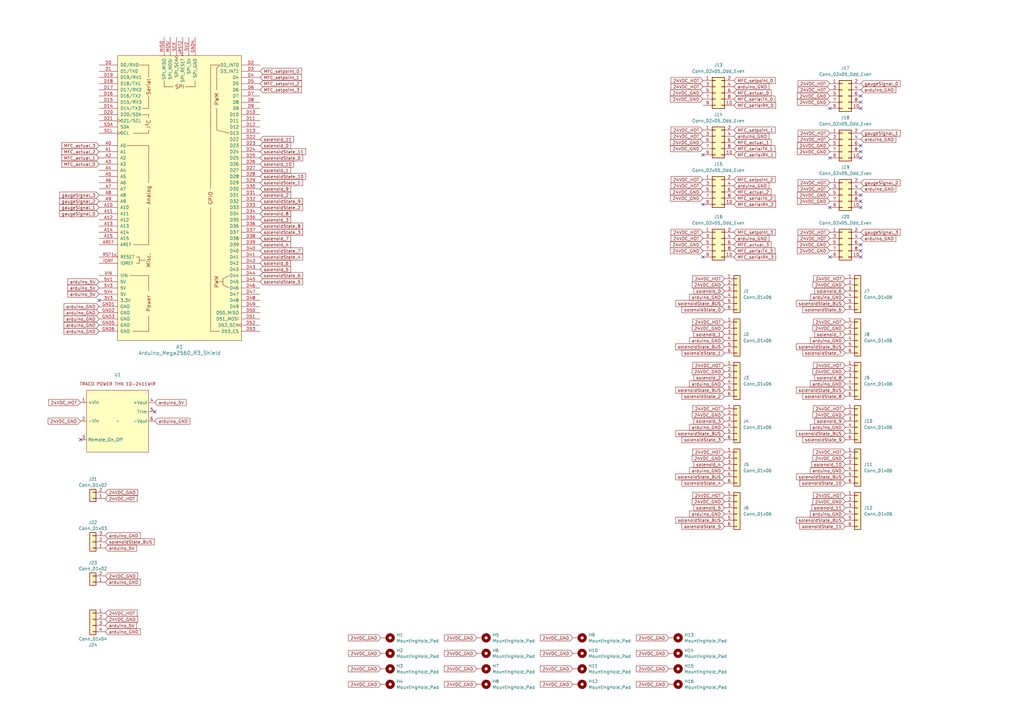
<source format=kicad_sch>
(kicad_sch (version 20230121) (generator eeschema)
  (paper "A3")
  (lib_symbols
    (symbol "Connector_Generic:Conn_01x02" (pin_names (offset 1.016) hide)
      (property "Reference" "J" (at 0 2.54 0))
      (property "Value" "Conn_01x02" (at 0 -5.08 0))
      (symbol "Conn_01x02_1_1"
        (rectangle (start -1.27 -2.413) (end 0 -2.667) (stroke (width 0.1524)))
        (rectangle (start -1.27 0.127) (end 0 -0.127) (stroke (width 0.1524)))
        (rectangle (start -1.27 1.27) (end 1.27 -3.81) (stroke (width 0.254)) (fill (type background)))
        (pin passive line (at -5.08 0 0) (length 3.81) (name "Pin_1") (number "1"))
        (pin passive line (at -5.08 -2.54 0) (length 3.81) (name "Pin_2") (number "2"))
      )
    )
    (symbol "Connector_Generic:Conn_01x03" (pin_names (offset 1.016) hide)
      (property "Reference" "J" (at 0 5.08 0))
      (property "Value" "Conn_01x03" (at 0 -5.08 0))
      (symbol "Conn_01x03_1_1"
        (rectangle (start -1.27 -2.413) (end 0 -2.667) (stroke (width 0.1524)))
        (rectangle (start -1.27 0.127) (end 0 -0.127) (stroke (width 0.1524)))
        (rectangle (start -1.27 2.667) (end 0 2.413) (stroke (width 0.1524)))
        (rectangle (start -1.27 3.81) (end 1.27 -3.81) (stroke (width 0.254)) (fill (type background)))
        (pin passive line (at -5.08 2.54 0) (length 3.81) (name "Pin_1") (number "1"))
        (pin passive line (at -5.08 0 0) (length 3.81) (name "Pin_2") (number "2"))
        (pin passive line (at -5.08 -2.54 0) (length 3.81) (name "Pin_3") (number "3"))
      )
    )
    (symbol "Connector_Generic:Conn_01x04" (pin_names (offset 1.016) hide)
      (property "Reference" "J" (at 0 5.08 0))
      (property "Value" "Conn_01x04" (at 0 -7.62 0))
      (symbol "Conn_01x04_1_1"
        (rectangle (start -1.27 -4.953) (end 0 -5.207) (stroke (width 0.1524)))
        (rectangle (start -1.27 -2.413) (end 0 -2.667) (stroke (width 0.1524)))
        (rectangle (start -1.27 0.127) (end 0 -0.127) (stroke (width 0.1524)))
        (rectangle (start -1.27 2.667) (end 0 2.413) (stroke (width 0.1524)))
        (rectangle (start -1.27 3.81) (end 1.27 -6.35) (stroke (width 0.254)) (fill (type background)))
        (pin passive line (at -5.08 2.54 0) (length 3.81) (name "Pin_1") (number "1"))
        (pin passive line (at -5.08 0 0) (length 3.81) (name "Pin_2") (number "2"))
        (pin passive line (at -5.08 -2.54 0) (length 3.81) (name "Pin_3") (number "3"))
        (pin passive line (at -5.08 -5.08 0) (length 3.81) (name "Pin_4") (number "4"))
      )
    )
    (symbol "Connector_Generic:Conn_01x06" (pin_names (offset 1.016) hide)
      (property "Reference" "J" (at 0 7.62 0))
      (property "Value" "Conn_01x06" (at 0 -10.16 0))
      (symbol "Conn_01x06_1_1"
        (rectangle (start -1.27 -7.493) (end 0 -7.747) (stroke (width 0.1524)))
        (rectangle (start -1.27 -4.953) (end 0 -5.207) (stroke (width 0.1524)))
        (rectangle (start -1.27 -2.413) (end 0 -2.667) (stroke (width 0.1524)))
        (rectangle (start -1.27 0.127) (end 0 -0.127) (stroke (width 0.1524)))
        (rectangle (start -1.27 2.667) (end 0 2.413) (stroke (width 0.1524)))
        (rectangle (start -1.27 5.207) (end 0 4.953) (stroke (width 0.1524)))
        (rectangle (start -1.27 6.35) (end 1.27 -8.89) (stroke (width 0.254)) (fill (type background)))
        (pin passive line (at -5.08 5.08 0) (length 3.81) (name "Pin_1") (number "1"))
        (pin passive line (at -5.08 2.54 0) (length 3.81) (name "Pin_2") (number "2"))
        (pin passive line (at -5.08 0 0) (length 3.81) (name "Pin_3") (number "3"))
        (pin passive line (at -5.08 -2.54 0) (length 3.81) (name "Pin_4") (number "4"))
        (pin passive line (at -5.08 -5.08 0) (length 3.81) (name "Pin_5") (number "5"))
        (pin passive line (at -5.08 -7.62 0) (length 3.81) (name "Pin_6") (number "6"))
      )
    )
    (symbol "Connector_Generic:Conn_02x05_Odd_Even" (pin_names (offset 1.016) hide)
      (property "Reference" "J" (at 1.27 7.62 0))
      (property "Value" "Conn_02x05_Odd_Even" (at 1.27 -7.62 0))
      (symbol "Conn_02x05_Odd_Even_1_1"
        (rectangle (start -1.27 -4.953) (end 0 -5.207) (stroke (width 0.1524)))
        (rectangle (start -1.27 -2.413) (end 0 -2.667) (stroke (width 0.1524)))
        (rectangle (start -1.27 0.127) (end 0 -0.127) (stroke (width 0.1524)))
        (rectangle (start -1.27 2.667) (end 0 2.413) (stroke (width 0.1524)))
        (rectangle (start -1.27 5.207) (end 0 4.953) (stroke (width 0.1524)))
        (rectangle (start -1.27 6.35) (end 3.81 -6.35) (stroke (width 0.254)) (fill (type background)))
        (rectangle (start 3.81 -4.953) (end 2.54 -5.207) (stroke (width 0.1524)))
        (rectangle (start 3.81 -2.413) (end 2.54 -2.667) (stroke (width 0.1524)))
        (rectangle (start 3.81 0.127) (end 2.54 -0.127) (stroke (width 0.1524)))
        (rectangle (start 3.81 2.667) (end 2.54 2.413) (stroke (width 0.1524)))
        (rectangle (start 3.81 5.207) (end 2.54 4.953) (stroke (width 0.1524)))
        (pin passive line (at -5.08 5.08 0) (length 3.81) (name "Pin_1") (number "1"))
        (pin passive line (at 7.62 -5.08 180) (length 3.81) (name "Pin_10") (number "10"))
        (pin passive line (at 7.62 5.08 180) (length 3.81) (name "Pin_2") (number "2"))
        (pin passive line (at -5.08 2.54 0) (length 3.81) (name "Pin_3") (number "3"))
        (pin passive line (at 7.62 2.54 180) (length 3.81) (name "Pin_4") (number "4"))
        (pin passive line (at -5.08 0 0) (length 3.81) (name "Pin_5") (number "5"))
        (pin passive line (at 7.62 0 180) (length 3.81) (name "Pin_6") (number "6"))
        (pin passive line (at -5.08 -2.54 0) (length 3.81) (name "Pin_7") (number "7"))
        (pin passive line (at 7.62 -2.54 180) (length 3.81) (name "Pin_8") (number "8"))
        (pin passive line (at -5.08 -5.08 0) (length 3.81) (name "Pin_9") (number "9"))
      )
    )
    (symbol "Converter_DCDC:THN_10-2411WIR"
      (property "Reference" "U" (at -17.78 15.24 0))
      (symbol "THN_10-2411WIR_0_0"
        (text "TRACO POWER THN 10-2411WIR" (at 0 15.24 0) (effects (font (size 1.27 1.27))))
        (pin power_in line (at -15.24 7.62 0) (length 2.54) (name "+Vin") (number "1"))
        (pin power_in line (at -15.24 0 0) (length 2.54) (name "-Vin") (number "2"))
        (pin bidirectional line (at -15.24 -7.62 0) (length 2.54) (name "Remote_On_Off") (number "3"))
        (pin power_out line (at 15.24 7.62 180) (length 2.54) (name "+Vout") (number "4"))
        (pin bidirectional line (at 15.24 3.81 180) (length 2.54) (name "Trim") (number "5"))
        (pin power_out line (at 15.24 0 180) (length 2.54) (name "-Vout") (number "6"))
      )
      (symbol "THN_10-2411WIR_1_1"
        (rectangle (start -12.7 12.7) (end 12.7 -12.7) (fill (type background)))
      )
    )
    (symbol "Mechanical:MountingHole_Pad" (pin_numbers hide) (pin_names (offset 1.016) hide)
      (property "Reference" "H" (at 0 6.35 0))
      (property "Value" "MountingHole_Pad" (at 0 4.445 0))
      (symbol "MountingHole_Pad_0_1"
        (circle (center 0 1.27) (radius 1.27) (stroke (width 1.27)))
      )
      (symbol "MountingHole_Pad_1_1"
        (pin input line (at 0 -2.54 90) (length 2.54) (name "1") (number "1"))
      )
    )
    (symbol "arduino-library:Arduino_Mega2560_R3_Shield" (pin_names (offset 1.016))
      (property "Reference" "A" (at 0 -62.23 0))
      (property "Value" "Arduino_Mega2560_R3_Shield" (at 0 -66.04 0))
      (symbol "Arduino_Mega2560_R3_Shield_0_0"
        (rectangle (start -25.4 -58.42) (end 25.4 58.42) (fill (type background)))
        (rectangle (start -20.32 -31.75) (end -12.7 -31.75))
        (rectangle (start -19.05 -54.61) (end -12.7 -54.61))
        (rectangle (start -19.05 -19.05) (end -12.7 -19.05))
        (rectangle (start -19.05 26.67) (end -12.7 26.67))
        (rectangle (start -17.78 -26.67) (end -16.51 -26.67))
        (rectangle (start -17.78 -24.13) (end -16.51 -24.13))
        (rectangle (start -16.51 -25.4) (end -13.97 -25.4))
        (rectangle (start -16.51 -24.13) (end -16.51 -26.67))
        (rectangle (start -16.51 54.61) (end -12.7 54.61))
        (rectangle (start -15.24 34.29) (end -12.7 34.29))
        (rectangle (start -15.24 36.83) (end -12.7 36.83))
        (rectangle (start -12.7 -54.61) (end -12.7 -48.26))
        (rectangle (start -12.7 -31.75) (end -12.7 -38.1))
        (rectangle (start -12.7 26.67) (end -12.7 27.94))
        (rectangle (start -12.7 34.29) (end -12.7 33.02))
        (rectangle (start -12.7 41.91) (end -12.7 36.83))
        (rectangle (start -12.7 49.53) (end -12.7 54.61))
        (rectangle (start -6.35 48.26) (end -6.35 45.72))
        (rectangle (start -2.54 45.72) (end -6.35 45.72))
        (polyline (pts (xy -21.59 21.59) (xy -12.7 21.59)))
        (polyline (pts (xy -12.7 -19.05) (xy -12.7 -3.81)))
        (polyline (pts (xy -12.7 6.35) (xy -12.7 21.59)))
        (polyline (pts (xy 12.7 -54.61) (xy 16.51 -54.61)))
        (polyline (pts (xy 12.7 54.61) (xy 16.51 54.61)))
        (polyline (pts (xy 17.78 -34.29) (xy 16.51 -34.29)))
        (polyline (pts (xy 15.24 36.83) (xy 15.24 27.94) (xy 20.32 26.67)))
        (polyline (pts (xy 15.24 44.45) (xy 15.24 53.34) (xy 16.51 54.61)))
        (polyline (pts (xy 20.32 -31.75) (xy 17.78 -33.02) (xy 17.78 -35.56) (xy 20.32 -36.83)))
        (rectangle (start 6.35 45.72) (end 2.54 45.72))
        (rectangle (start 6.35 48.26) (end 6.35 45.72))
        (text "Analog" (at -12.7 1.27 900) (effects (font (size 1.524 1.524))))
        (text "I²C" (at -12.7 30.48 900) (effects (font (size 1.524 1.524))))
        (text "Misc." (at -12.7 -25.4 900) (effects (font (size 1.524 1.524))))
        (text "Power" (at -12.7 -43.18 900) (effects (font (size 1.524 1.524))))
        (text "PWM" (at 15.24 -34.29 900) (effects (font (size 1.524 1.524))))
        (text "PWM" (at 15.24 40.64 900) (effects (font (size 1.524 1.524))))
        (text "Serial" (at -12.7 45.72 900) (effects (font (size 1.524 1.524))))
        (text "SPI" (at 0 45.72 0) (effects (font (size 1.524 1.524))))
      )
      (symbol "Arduino_Mega2560_R3_Shield_1_0"
        (rectangle (start 12.7 -54.61) (end 12.7 -3.81))
        (rectangle (start 12.7 54.61) (end 12.7 3.81))
        (text "GPIO" (at 12.7 0 900) (effects (font (size 1.524 1.524))))
      )
      (symbol "Arduino_Mega2560_R3_Shield_1_1"
        (pin power_out line (at -33.02 -41.91 0) (length 7.62) (name "3.3V") (number "3V3"))
        (pin power_in line (at -33.02 -34.29 0) (length 7.62) (name "5V") (number "5V1"))
        (pin power_in line (at 3.81 66.04 270) (length 7.62) (name "SPI_5V") (number "5V2"))
        (pin power_in line (at -33.02 -36.83 0) (length 7.62) (name "5V") (number "5V3"))
        (pin power_in line (at -33.02 -39.37 0) (length 7.62) (name "5V") (number "5V4"))
        (pin bidirectional line (at -33.02 21.59 0) (length 7.62) (name "A0") (number "A0"))
        (pin bidirectional line (at -33.02 19.05 0) (length 7.62) (name "A1") (number "A1"))
        (pin bidirectional line (at -33.02 -3.81 0) (length 7.62) (name "A10") (number "A10"))
        (pin bidirectional line (at -33.02 -6.35 0) (length 7.62) (name "A11") (number "A11"))
        (pin bidirectional line (at -33.02 -8.89 0) (length 7.62) (name "A12") (number "A12"))
        (pin bidirectional line (at -33.02 -11.43 0) (length 7.62) (name "A13") (number "A13"))
        (pin bidirectional line (at -33.02 -13.97 0) (length 7.62) (name "A14") (number "A14"))
        (pin bidirectional line (at -33.02 -16.51 0) (length 7.62) (name "A15") (number "A15"))
        (pin bidirectional line (at -33.02 16.51 0) (length 7.62) (name "A2") (number "A2"))
        (pin bidirectional line (at -33.02 13.97 0) (length 7.62) (name "A3") (number "A3"))
        (pin bidirectional line (at -33.02 11.43 0) (length 7.62) (name "A4") (number "A4"))
        (pin bidirectional line (at -33.02 8.89 0) (length 7.62) (name "A5") (number "A5"))
        (pin bidirectional line (at -33.02 6.35 0) (length 7.62) (name "A6") (number "A6"))
        (pin bidirectional line (at -33.02 3.81 0) (length 7.62) (name "A7") (number "A7"))
        (pin bidirectional line (at -33.02 1.27 0) (length 7.62) (name "A8") (number "A8"))
        (pin bidirectional line (at -33.02 -1.27 0) (length 7.62) (name "A9") (number "A9"))
        (pin input line (at -33.02 -19.05 0) (length 7.62) (name "AREF") (number "AREF"))
        (pin bidirectional line (at -33.02 54.61 0) (length 7.62) (name "D0/RX0") (number "D0"))
        (pin bidirectional line (at -33.02 52.07 0) (length 7.62) (name "D1/TX0") (number "D1"))
        (pin bidirectional line (at 33.02 34.29 180) (length 7.62) (name "D10") (number "D10"))
        (pin bidirectional line (at 33.02 31.75 180) (length 7.62) (name "D11") (number "D11"))
        (pin bidirectional line (at 33.02 29.21 180) (length 7.62) (name "D12") (number "D12"))
        (pin bidirectional line (at 33.02 26.67 180) (length 7.62) (name "D13") (number "D13"))
        (pin bidirectional line (at -33.02 36.83 0) (length 7.62) (name "D14/TX3") (number "D14"))
        (pin bidirectional line (at -33.02 39.37 0) (length 7.62) (name "D15/RX3") (number "D15"))
        (pin bidirectional line (at -33.02 41.91 0) (length 7.62) (name "D16/TX2") (number "D16"))
        (pin bidirectional line (at -33.02 44.45 0) (length 7.62) (name "D17/RX2") (number "D17"))
        (pin bidirectional line (at -33.02 46.99 0) (length 7.62) (name "D18/TX1") (number "D18"))
        (pin bidirectional line (at -33.02 49.53 0) (length 7.62) (name "D19/RX1") (number "D19"))
        (pin bidirectional line (at 33.02 54.61 180) (length 7.62) (name "D2_INT0") (number "D2"))
        (pin bidirectional line (at -33.02 34.29 0) (length 7.62) (name "D20/SDA") (number "D20"))
        (pin bidirectional clock (at -33.02 31.75 0) (length 7.62) (name "D21/SCL") (number "D21"))
        (pin bidirectional line (at 33.02 24.13 180) (length 7.62) (name "D22") (number "D22"))
        (pin bidirectional line (at 33.02 21.59 180) (length 7.62) (name "D23") (number "D23"))
        (pin bidirectional line (at 33.02 19.05 180) (length 7.62) (name "D24") (number "D24"))
        (pin bidirectional line (at 33.02 16.51 180) (length 7.62) (name "D25") (number "D25"))
        (pin bidirectional line (at 33.02 13.97 180) (length 7.62) (name "D26") (number "D26"))
        (pin bidirectional line (at 33.02 11.43 180) (length 7.62) (name "D27") (number "D27"))
        (pin bidirectional line (at 33.02 8.89 180) (length 7.62) (name "D28") (number "D28"))
        (pin bidirectional line (at 33.02 6.35 180) (length 7.62) (name "D29") (number "D29"))
        (pin bidirectional line (at 33.02 52.07 180) (length 7.62) (name "D3_INT1") (number "D3"))
        (pin bidirectional line (at 33.02 3.81 180) (length 7.62) (name "D30") (number "D30"))
        (pin bidirectional line (at 33.02 1.27 180) (length 7.62) (name "D31") (number "D31"))
        (pin bidirectional line (at 33.02 -1.27 180) (length 7.62) (name "D32") (number "D32"))
        (pin bidirectional line (at 33.02 -3.81 180) (length 7.62) (name "D33") (number "D33"))
        (pin bidirectional line (at 33.02 -6.35 180) (length 7.62) (name "D34") (number "D34"))
        (pin bidirectional line (at 33.02 -8.89 180) (length 7.62) (name "D35") (number "D35"))
        (pin bidirectional line (at 33.02 -11.43 180) (length 7.62) (name "D36") (number "D36"))
        (pin bidirectional line (at 33.02 -13.97 180) (length 7.62) (name "D37") (number "D37"))
        (pin bidirectional line (at 33.02 -16.51 180) (length 7.62) (name "D38") (number "D38"))
        (pin bidirectional line (at 33.02 -19.05 180) (length 7.62) (name "D39") (number "D39"))
        (pin bidirectional line (at 33.02 49.53 180) (length 7.62) (name "D4") (number "D4"))
        (pin bidirectional line (at 33.02 -21.59 180) (length 7.62) (name "D40") (number "D40"))
        (pin bidirectional line (at 33.02 -24.13 180) (length 7.62) (name "D41") (number "D41"))
        (pin bidirectional line (at 33.02 -26.67 180) (length 7.62) (name "D42") (number "D42"))
        (pin bidirectional line (at 33.02 -29.21 180) (length 7.62) (name "D43") (number "D43"))
        (pin bidirectional line (at 33.02 -31.75 180) (length 7.62) (name "D44") (number "D44"))
        (pin bidirectional line (at 33.02 -34.29 180) (length 7.62) (name "D45") (number "D45"))
        (pin bidirectional line (at 33.02 -36.83 180) (length 7.62) (name "D46") (number "D46"))
        (pin bidirectional line (at 33.02 -39.37 180) (length 7.62) (name "D47") (number "D47"))
        (pin bidirectional line (at 33.02 -41.91 180) (length 7.62) (name "D48") (number "D48"))
        (pin bidirectional line (at 33.02 -44.45 180) (length 7.62) (name "D49") (number "D49"))
        (pin bidirectional line (at 33.02 46.99 180) (length 7.62) (name "D5") (number "D5"))
        (pin bidirectional line (at 33.02 -46.99 180) (length 7.62) (name "D50_MISO") (number "D50"))
        (pin bidirectional line (at 33.02 -49.53 180) (length 7.62) (name "D51_MOSI") (number "D51"))
        (pin bidirectional clock (at 33.02 -52.07 180) (length 7.62) (name "D52_SCK") (number "D52"))
        (pin bidirectional line (at 33.02 -54.61 180) (length 7.62) (name "D53_CS") (number "D53"))
        (pin bidirectional line (at 33.02 44.45 180) (length 7.62) (name "D6") (number "D6"))
        (pin bidirectional line (at 33.02 41.91 180) (length 7.62) (name "D7") (number "D7"))
        (pin bidirectional line (at 33.02 39.37 180) (length 7.62) (name "D8") (number "D8"))
        (pin bidirectional line (at 33.02 36.83 180) (length 7.62) (name "D9") (number "D9"))
        (pin power_in line (at -33.02 -44.45 0) (length 7.62) (name "GND") (number "GND1"))
        (pin power_in line (at -33.02 -46.99 0) (length 7.62) (name "GND") (number "GND2"))
        (pin power_in line (at -33.02 -49.53 0) (length 7.62) (name "GND") (number "GND3"))
        (pin power_in line (at 6.35 66.04 270) (length 7.62) (name "SPI_GND") (number "GND4"))
        (pin power_in line (at -33.02 -52.07 0) (length 7.62) (name "GND") (number "GND5"))
        (pin power_in line (at -33.02 -54.61 0) (length 7.62) (name "GND") (number "GND6"))
        (pin output line (at -33.02 -26.67 0) (length 7.62) (name "IOREF") (number "IORF"))
        (pin input line (at -6.35 66.04 270) (length 7.62) (name "SPI_MISO") (number "MISO"))
        (pin output line (at -3.81 66.04 270) (length 7.62) (name "SPI_MOSI") (number "MOSI"))
        (pin open_collector input_low (at -33.02 -24.13 0) (length 7.62) (name "RESET") (number "RST1"))
        (pin open_collector input_low (at 1.27 66.04 270) (length 7.62) (name "SPI_RESET") (number "RST2"))
        (pin output clock (at -1.27 66.04 270) (length 7.62) (name "SPI_SCK") (number "SCK"))
        (pin bidirectional clock (at -33.02 26.67 0) (length 7.62) (name "SCL") (number "SCL"))
        (pin bidirectional line (at -33.02 29.21 0) (length 7.62) (name "SDA") (number "SDA"))
        (pin power_in line (at -33.02 -31.75 0) (length 7.62) (name "VIN") (number "VIN"))
      )
    )
  )
  (no_connect (at 340.36 105.41))
  (no_connect (at 353.06 59.69))
  (no_connect (at 288.29 63.5))
  (no_connect (at 340.36 64.77))
  (no_connect (at 353.06 105.41))
  (no_connect (at 353.06 62.23))
  (no_connect (at 63.5 168.91))
  (no_connect (at 340.36 44.45))
  (no_connect (at 288.29 105.41))
  (no_connect (at 40.64 123.19))
  (no_connect (at 353.06 85.09))
  (no_connect (at 340.36 85.09))
  (no_connect (at 353.06 80.01))
  (no_connect (at 33.02 180.34))
  (no_connect (at 353.06 39.37))
  (no_connect (at 353.06 102.87))
  (no_connect (at 353.06 82.55))
  (no_connect (at 353.06 41.91))
  (no_connect (at 288.29 83.82))
  (no_connect (at 353.06 64.77))
  (no_connect (at 353.06 44.45))
  (no_connect (at 353.06 100.33))
  (global_label "24VDC_GND" (shape input) (at 340.36 80.01 180) (property "Intersheetrefs" "${INTERSHEET_REFS}" (effects hide)))
  (global_label "24VDC_GND" (shape input) (at 340.36 82.55 180) (property "Intersheetrefs" "${INTERSHEET_REFS}" (effects hide)))
  (global_label "solenoid_1" (shape input) (at 106.68 69.85 0) (property "Intersheetrefs" "${INTERSHEET_REFS}" (effects hide)))
  (global_label "solenoid_7" (shape input) (at 346.71 137.16 180) (property "Intersheetrefs" "${INTERSHEET_REFS}" (effects hide)))
  (global_label "MFC_actual_1" (shape input) (at 300.99 58.42 0) (property "Intersheetrefs" "${INTERSHEET_REFS}" (effects hide)))
  (global_label "solenoidState_BUS" (shape input) (at 346.71 124.46 180) (property "Intersheetrefs" "${INTERSHEET_REFS}" (effects hide)))
  (global_label "arduino_GND" (shape input) (at 353.06 77.47 0) (property "Intersheetrefs" "${INTERSHEET_REFS}" (effects hide)))
  (global_label "solenoid_9" (shape input) (at 106.68 77.47 0) (property "Intersheetrefs" "${INTERSHEET_REFS}" (effects hide)))
  (global_label "arduino_GND" (shape input) (at 300.99 97.79 0) (property "Intersheetrefs" "${INTERSHEET_REFS}" (effects hide)))
  (global_label "solenoidState_3" (shape input) (at 297.18 180.34 180) (property "Intersheetrefs" "${INTERSHEET_REFS}" (effects hide)))
  (global_label "solenoidState_4" (shape input) (at 106.68 105.41 0) (property "Intersheetrefs" "${INTERSHEET_REFS}" (effects hide)))
  (global_label "gaugeSignal_2" (shape input) (at 40.64 82.55 180) (property "Intersheetrefs" "${INTERSHEET_REFS}" (effects hide)))
  (global_label "24VDC_HOT" (shape input) (at 346.71 114.3 180) (property "Intersheetrefs" "${INTERSHEET_REFS}" (effects hide)))
  (global_label "arduino_GND" (shape input) (at 40.64 130.81 180) (property "Intersheetrefs" "${INTERSHEET_REFS}" (effects hide)))
  (global_label "solenoid_4" (shape input) (at 106.68 100.33 0) (property "Intersheetrefs" "${INTERSHEET_REFS}" (effects hide)))
  (global_label "24VDC_GND" (shape input) (at 274.32 280.67 180) (property "Intersheetrefs" "${INTERSHEET_REFS}" (effects hide)))
  (global_label "arduino_GND" (shape input) (at 297.18 121.92 180) (property "Intersheetrefs" "${INTERSHEET_REFS}" (effects hide)))
  (global_label "solenoidState_4" (shape input) (at 297.18 198.12 180) (property "Intersheetrefs" "${INTERSHEET_REFS}" (effects hide)))
  (global_label "MFC_actual_2" (shape input) (at 40.64 62.23 180) (property "Intersheetrefs" "${INTERSHEET_REFS}" (effects hide)))
  (global_label "24VDC_HOT" (shape input) (at 297.18 132.08 180) (property "Intersheetrefs" "${INTERSHEET_REFS}" (effects hide)))
  (global_label "arduino_5V" (shape input) (at 40.64 120.65 180) (property "Intersheetrefs" "${INTERSHEET_REFS}" (effects hide)))
  (global_label "24VDC_GND" (shape input) (at 156.21 274.32 180) (property "Intersheetrefs" "${INTERSHEET_REFS}" (effects hide)))
  (global_label "solenoid_11" (shape input) (at 106.68 57.15 0) (property "Intersheetrefs" "${INTERSHEET_REFS}" (effects hide)))
  (global_label "MFC_actual_2" (shape input) (at 300.99 78.74 0) (property "Intersheetrefs" "${INTERSHEET_REFS}" (effects hide)))
  (global_label "solenoid_5" (shape input) (at 297.18 208.28 180) (property "Intersheetrefs" "${INTERSHEET_REFS}" (effects hide)))
  (global_label "arduino_5V" (shape input) (at 40.64 115.57 180) (property "Intersheetrefs" "${INTERSHEET_REFS}" (effects hide)))
  (global_label "24VDC_GND" (shape input) (at 156.21 261.62 180) (property "Intersheetrefs" "${INTERSHEET_REFS}" (effects hide)))
  (global_label "MFC_actual_3" (shape input) (at 300.99 100.33 0) (property "Intersheetrefs" "${INTERSHEET_REFS}" (effects hide)))
  (global_label "solenoidState_BUS" (shape input) (at 297.18 142.24 180) (property "Intersheetrefs" "${INTERSHEET_REFS}" (effects hide)))
  (global_label "arduino_GND" (shape input) (at 297.18 157.48 180) (property "Intersheetrefs" "${INTERSHEET_REFS}" (effects hide)))
  (global_label "solenoid_6" (shape input) (at 106.68 107.95 0) (property "Intersheetrefs" "${INTERSHEET_REFS}" (effects hide)))
  (global_label "solenoidState_0" (shape input) (at 106.68 64.77 0) (property "Intersheetrefs" "${INTERSHEET_REFS}" (effects hide)))
  (global_label "arduino_GND" (shape input) (at 346.71 210.82 180) (property "Intersheetrefs" "${INTERSHEET_REFS}" (effects hide)))
  (global_label "24VDC_HOT" (shape input) (at 288.29 95.25 180) (property "Intersheetrefs" "${INTERSHEET_REFS}" (effects hide)))
  (global_label "solenoid_10" (shape input) (at 346.71 190.5 180) (property "Intersheetrefs" "${INTERSHEET_REFS}" (effects hide)))
  (global_label "24VDC_GND" (shape input) (at 346.71 134.62 180) (property "Intersheetrefs" "${INTERSHEET_REFS}" (effects hide)))
  (global_label "solenoid_10" (shape input) (at 106.68 67.31 0) (property "Intersheetrefs" "${INTERSHEET_REFS}" (effects hide)))
  (global_label "solenoidState_2" (shape input) (at 106.68 85.09 0) (property "Intersheetrefs" "${INTERSHEET_REFS}" (effects hide)))
  (global_label "solenoidState_10" (shape input) (at 106.68 72.39 0) (property "Intersheetrefs" "${INTERSHEET_REFS}" (effects hide)))
  (global_label "24VDC_HOT" (shape input) (at 43.18 204.47 0) (property "Intersheetrefs" "${INTERSHEET_REFS}" (effects hide)))
  (global_label "arduino_GND" (shape input) (at 297.18 193.04 180) (property "Intersheetrefs" "${INTERSHEET_REFS}" (effects hide)))
  (global_label "arduino_GND" (shape input) (at 40.64 125.73 180) (property "Intersheetrefs" "${INTERSHEET_REFS}" (effects hide)))
  (global_label "24VDC_GND" (shape input) (at 234.95 267.97 180) (property "Intersheetrefs" "${INTERSHEET_REFS}" (effects hide)))
  (global_label "arduino_GND" (shape input) (at 300.99 35.56 0) (property "Intersheetrefs" "${INTERSHEET_REFS}" (effects hide)))
  (global_label "24VDC_GND" (shape input) (at 297.18 205.74 180) (property "Intersheetrefs" "${INTERSHEET_REFS}" (effects hide)))
  (global_label "MFC_serialTX_3" (shape input) (at 300.99 102.87 0) (property "Intersheetrefs" "${INTERSHEET_REFS}" (effects hide)))
  (global_label "24VDC_GND" (shape input) (at 340.36 41.91 180) (property "Intersheetrefs" "${INTERSHEET_REFS}" (effects hide)))
  (global_label "arduino_GND" (shape input) (at 300.99 55.88 0) (property "Intersheetrefs" "${INTERSHEET_REFS}" (effects hide)))
  (global_label "gaugeSignal_0" (shape input) (at 40.64 87.63 180) (property "Intersheetrefs" "${INTERSHEET_REFS}" (effects hide)))
  (global_label "24VDC_GND" (shape input) (at 340.36 62.23 180) (property "Intersheetrefs" "${INTERSHEET_REFS}" (effects hide)))
  (global_label "arduino_GND" (shape input) (at 346.71 121.92 180) (property "Intersheetrefs" "${INTERSHEET_REFS}" (effects hide)))
  (global_label "24VDC_GND" (shape input) (at 297.18 134.62 180) (property "Intersheetrefs" "${INTERSHEET_REFS}" (effects hide)))
  (global_label "solenoidState_11" (shape input) (at 346.71 215.9 180) (property "Intersheetrefs" "${INTERSHEET_REFS}" (effects hide)))
  (global_label "solenoidState_5" (shape input) (at 106.68 115.57 0) (property "Intersheetrefs" "${INTERSHEET_REFS}" (effects hide)))
  (global_label "solenoid_1" (shape input) (at 297.18 137.16 180) (property "Intersheetrefs" "${INTERSHEET_REFS}" (effects hide)))
  (global_label "24VDC_GND" (shape input) (at 288.29 60.96 180) (property "Intersheetrefs" "${INTERSHEET_REFS}" (effects hide)))
  (global_label "24VDC_GND" (shape input) (at 234.95 280.67 180) (property "Intersheetrefs" "${INTERSHEET_REFS}" (effects hide)))
  (global_label "24VDC_GND" (shape input) (at 288.29 100.33 180) (property "Intersheetrefs" "${INTERSHEET_REFS}" (effects hide)))
  (global_label "24VDC_GND" (shape input) (at 340.36 59.69 180) (property "Intersheetrefs" "${INTERSHEET_REFS}" (effects hide)))
  (global_label "solenoidState_BUS" (shape input) (at 346.71 160.02 180) (property "Intersheetrefs" "${INTERSHEET_REFS}" (effects hide)))
  (global_label "24VDC_GND" (shape input) (at 274.32 274.32 180) (property "Intersheetrefs" "${INTERSHEET_REFS}" (effects hide)))
  (global_label "solenoidState_1" (shape input) (at 106.68 74.93 0) (property "Intersheetrefs" "${INTERSHEET_REFS}" (effects hide)))
  (global_label "24VDC_GND" (shape input) (at 288.29 102.87 180) (property "Intersheetrefs" "${INTERSHEET_REFS}" (effects hide)))
  (global_label "arduino_GND" (shape input) (at 297.18 139.7 180) (property "Intersheetrefs" "${INTERSHEET_REFS}" (effects hide)))
  (global_label "24VDC_HOT" (shape input) (at 288.29 53.34 180) (property "Intersheetrefs" "${INTERSHEET_REFS}" (effects hide)))
  (global_label "MFC_serialRX_3" (shape input) (at 300.99 105.41 0) (property "Intersheetrefs" "${INTERSHEET_REFS}" (effects hide)))
  (global_label "solenoidState_5" (shape input) (at 297.18 215.9 180) (property "Intersheetrefs" "${INTERSHEET_REFS}" (effects hide)))
  (global_label "gaugeSignal_1" (shape input) (at 40.64 85.09 180) (property "Intersheetrefs" "${INTERSHEET_REFS}" (effects hide)))
  (global_label "24VDC_HOT" (shape input) (at 288.29 73.66 180) (property "Intersheetrefs" "${INTERSHEET_REFS}" (effects hide)))
  (global_label "arduino_GND" (shape input) (at 300.99 76.2 0) (property "Intersheetrefs" "${INTERSHEET_REFS}" (effects hide)))
  (global_label "24VDC_GND" (shape input) (at 340.36 39.37 180) (property "Intersheetrefs" "${INTERSHEET_REFS}" (effects hide)))
  (global_label "solenoid_2" (shape input) (at 106.68 80.01 0) (property "Intersheetrefs" "${INTERSHEET_REFS}" (effects hide)))
  (global_label "solenoid_8" (shape input) (at 106.68 87.63 0) (property "Intersheetrefs" "${INTERSHEET_REFS}" (effects hide)))
  (global_label "24VDC_GND" (shape input) (at 156.21 267.97 180) (property "Intersheetrefs" "${INTERSHEET_REFS}" (effects hide)))
  (global_label "solenoidState_1" (shape input) (at 297.18 144.78 180) (property "Intersheetrefs" "${INTERSHEET_REFS}" (effects hide)))
  (global_label "24VDC_HOT" (shape input) (at 297.18 114.3 180) (property "Intersheetrefs" "${INTERSHEET_REFS}" (effects hide)))
  (global_label "MFC_serialRX_0" (shape input) (at 300.99 43.18 0) (property "Intersheetrefs" "${INTERSHEET_REFS}" (effects hide)))
  (global_label "solenoidState_0" (shape input) (at 297.18 127 180) (property "Intersheetrefs" "${INTERSHEET_REFS}" (effects hide)))
  (global_label "24VDC_HOT" (shape input) (at 288.29 33.02 180) (property "Intersheetrefs" "${INTERSHEET_REFS}" (effects hide)))
  (global_label "24VDC_GND" (shape input) (at 288.29 58.42 180) (property "Intersheetrefs" "${INTERSHEET_REFS}" (effects hide)))
  (global_label "MFC_setpoint_2" (shape input) (at 300.99 73.66 0) (property "Intersheetrefs" "${INTERSHEET_REFS}" (effects hide)))
  (global_label "solenoid_2" (shape input) (at 297.18 154.94 180) (property "Intersheetrefs" "${INTERSHEET_REFS}" (effects hide)))
  (global_label "24VDC_HOT" (shape input) (at 340.36 34.29 180) (property "Intersheetrefs" "${INTERSHEET_REFS}" (effects hide)))
  (global_label "24VDC_HOT" (shape input) (at 297.18 167.64 180) (property "Intersheetrefs" "${INTERSHEET_REFS}" (effects hide)))
  (global_label "24VDC_HOT" (shape input) (at 340.36 97.79 180) (property "Intersheetrefs" "${INTERSHEET_REFS}" (effects hide)))
  (global_label "24VDC_HOT" (shape input) (at 340.36 77.47 180) (property "Intersheetrefs" "${INTERSHEET_REFS}" (effects hide)))
  (global_label "24VDC_GND" (shape input) (at 346.71 152.4 180) (property "Intersheetrefs" "${INTERSHEET_REFS}" (effects hide)))
  (global_label "arduino_GND" (shape input) (at 43.18 259.08 0) (property "Intersheetrefs" "${INTERSHEET_REFS}" (effects hide)))
  (global_label "arduino_5V" (shape input) (at 63.5 165.1 0) (property "Intersheetrefs" "${INTERSHEET_REFS}" (effects hide)))
  (global_label "MFC_actual_3" (shape input) (at 40.64 59.69 180) (property "Intersheetrefs" "${INTERSHEET_REFS}" (effects hide)))
  (global_label "arduino_GND" (shape input) (at 43.18 219.71 0) (property "Intersheetrefs" "${INTERSHEET_REFS}" (effects hide)))
  (global_label "24VDC_GND" (shape input) (at 234.95 274.32 180) (property "Intersheetrefs" "${INTERSHEET_REFS}" (effects hide)))
  (global_label "solenoidState_BUS" (shape input) (at 297.18 160.02 180) (property "Intersheetrefs" "${INTERSHEET_REFS}" (effects hide)))
  (global_label "arduino_GND" (shape input) (at 297.18 210.82 180) (property "Intersheetrefs" "${INTERSHEET_REFS}" (effects hide)))
  (global_label "24VDC_GND" (shape input) (at 43.18 254 0) (property "Intersheetrefs" "${INTERSHEET_REFS}" (effects hide)))
  (global_label "MFC_actual_1" (shape input) (at 40.64 64.77 180) (property "Intersheetrefs" "${INTERSHEET_REFS}" (effects hide)))
  (global_label "arduino_5V" (shape input) (at 43.18 256.54 0) (property "Intersheetrefs" "${INTERSHEET_REFS}" (effects hide)))
  (global_label "24VDC_GND" (shape input) (at 297.18 170.18 180) (property "Intersheetrefs" "${INTERSHEET_REFS}" (effects hide)))
  (global_label "MFC_setpoint_2" (shape input) (at 106.68 34.29 0) (property "Intersheetrefs" "${INTERSHEET_REFS}" (effects hide)))
  (global_label "24VDC_HOT" (shape input) (at 346.71 185.42 180) (property "Intersheetrefs" "${INTERSHEET_REFS}" (effects hide)))
  (global_label "24VDC_GND" (shape input) (at 288.29 40.64 180) (property "Intersheetrefs" "${INTERSHEET_REFS}" (effects hide)))
  (global_label "MFC_setpoint_3" (shape input) (at 106.68 36.83 0) (property "Intersheetrefs" "${INTERSHEET_REFS}" (effects hide)))
  (global_label "solenoidState_BUS" (shape input) (at 346.71 177.8 180) (property "Intersheetrefs" "${INTERSHEET_REFS}" (effects hide)))
  (global_label "24VDC_GND" (shape input) (at 156.21 280.67 180) (property "Intersheetrefs" "${INTERSHEET_REFS}" (effects hide)))
  (global_label "solenoidState_9" (shape input) (at 106.68 82.55 0) (property "Intersheetrefs" "${INTERSHEET_REFS}" (effects hide)))
  (global_label "arduino_GND" (shape input) (at 353.06 57.15 0) (property "Intersheetrefs" "${INTERSHEET_REFS}" (effects hide)))
  (global_label "arduino_GND" (shape input) (at 40.64 133.35 180) (property "Intersheetrefs" "${INTERSHEET_REFS}" (effects hide)))
  (global_label "arduino_5V" (shape input) (at 40.64 118.11 180) (property "Intersheetrefs" "${INTERSHEET_REFS}" (effects hide)))
  (global_label "24VDC_HOT" (shape input) (at 288.29 55.88 180) (property "Intersheetrefs" "${INTERSHEET_REFS}" (effects hide)))
  (global_label "MFC_actual_0" (shape input) (at 300.99 38.1 0) (property "Intersheetrefs" "${INTERSHEET_REFS}" (effects hide)))
  (global_label "MFC_setpoint_0" (shape input) (at 300.99 33.02 0) (property "Intersheetrefs" "${INTERSHEET_REFS}" (effects hide)))
  (global_label "solenoidState_BUS" (shape input) (at 43.18 222.25 0) (property "Intersheetrefs" "${INTERSHEET_REFS}" (effects hide)))
  (global_label "24VDC_GND" (shape input) (at 346.71 187.96 180) (property "Intersheetrefs" "${INTERSHEET_REFS}" (effects hide)))
  (global_label "24VDC_HOT" (shape input) (at 288.29 76.2 180) (property "Intersheetrefs" "${INTERSHEET_REFS}" (effects hide)))
  (global_label "24VDC_GND" (shape input) (at 195.58 274.32 180) (property "Intersheetrefs" "${INTERSHEET_REFS}" (effects hide)))
  (global_label "solenoidState_BUS" (shape input) (at 346.71 142.24 180) (property "Intersheetrefs" "${INTERSHEET_REFS}" (effects hide)))
  (global_label "24VDC_HOT" (shape input) (at 297.18 149.86 180) (property "Intersheetrefs" "${INTERSHEET_REFS}" (effects hide)))
  (global_label "24VDC_GND" (shape input) (at 346.71 170.18 180) (property "Intersheetrefs" "${INTERSHEET_REFS}" (effects hide)))
  (global_label "24VDC_HOT" (shape input) (at 346.71 132.08 180) (property "Intersheetrefs" "${INTERSHEET_REFS}" (effects hide)))
  (global_label "MFC_setpoint_1" (shape input) (at 300.99 53.34 0) (property "Intersheetrefs" "${INTERSHEET_REFS}" (effects hide)))
  (global_label "solenoidState_11" (shape input) (at 106.68 62.23 0) (property "Intersheetrefs" "${INTERSHEET_REFS}" (effects hide)))
  (global_label "solenoidState_BUS" (shape input) (at 297.18 195.58 180) (property "Intersheetrefs" "${INTERSHEET_REFS}" (effects hide)))
  (global_label "arduino_GND" (shape input) (at 40.64 135.89 180) (property "Intersheetrefs" "${INTERSHEET_REFS}" (effects hide)))
  (global_label "solenoidState_BUS" (shape input) (at 297.18 213.36 180) (property "Intersheetrefs" "${INTERSHEET_REFS}" (effects hide)))
  (global_label "solenoidState_BUS" (shape input) (at 346.71 213.36 180) (property "Intersheetrefs" "${INTERSHEET_REFS}" (effects hide)))
  (global_label "solenoid_3" (shape input) (at 106.68 90.17 0) (property "Intersheetrefs" "${INTERSHEET_REFS}" (effects hide)))
  (global_label "24VDC_GND" (shape input) (at 195.58 280.67 180) (property "Intersheetrefs" "${INTERSHEET_REFS}" (effects hide)))
  (global_label "arduino_GND" (shape input) (at 353.06 36.83 0) (property "Intersheetrefs" "${INTERSHEET_REFS}" (effects hide)))
  (global_label "24VDC_HOT" (shape input) (at 346.71 203.2 180) (property "Intersheetrefs" "${INTERSHEET_REFS}" (effects hide)))
  (global_label "MFC_actual_0" (shape input) (at 40.64 67.31 180) (property "Intersheetrefs" "${INTERSHEET_REFS}" (effects hide)))
  (global_label "MFC_serialRX_1" (shape input) (at 300.99 63.5 0) (property "Intersheetrefs" "${INTERSHEET_REFS}" (effects hide)))
  (global_label "gaugeSignal_2" (shape input) (at 353.06 74.93 0) (property "Intersheetrefs" "${INTERSHEET_REFS}" (effects hide)))
  (global_label "solenoid_0" (shape input) (at 297.18 119.38 180) (property "Intersheetrefs" "${INTERSHEET_REFS}" (effects hide)))
  (global_label "24VDC_HOT" (shape input) (at 346.71 167.64 180) (property "Intersheetrefs" "${INTERSHEET_REFS}" (effects hide)))
  (global_label "24VDC_GND" (shape input) (at 346.71 205.74 180) (property "Intersheetrefs" "${INTERSHEET_REFS}" (effects hide)))
  (global_label "solenoidState_3" (shape input) (at 106.68 95.25 0) (property "Intersheetrefs" "${INTERSHEET_REFS}" (effects hide)))
  (global_label "24VDC_GND" (shape input) (at 33.02 172.72 180) (property "Intersheetrefs" "${INTERSHEET_REFS}" (effects hide)))
  (global_label "gaugeSignal_3" (shape input) (at 40.64 80.01 180) (property "Intersheetrefs" "${INTERSHEET_REFS}" (effects hide)))
  (global_label "24VDC_GND" (shape input) (at 274.32 267.97 180) (property "Intersheetrefs" "${INTERSHEET_REFS}" (effects hide)))
  (global_label "gaugeSignal_0" (shape input) (at 353.06 34.29 0) (property "Intersheetrefs" "${INTERSHEET_REFS}" (effects hide)))
  (global_label "solenoidState_BUS" (shape input) (at 297.18 124.46 180) (property "Intersheetrefs" "${INTERSHEET_REFS}" (effects hide)))
  (global_label "24VDC_GND" (shape input) (at 234.95 261.62 180) (property "Intersheetrefs" "${INTERSHEET_REFS}" (effects hide)))
  (global_label "solenoidState_7" (shape input) (at 346.71 144.78 180) (property "Intersheetrefs" "${INTERSHEET_REFS}" (effects hide)))
  (global_label "solenoidState_8" (shape input) (at 346.71 162.56 180) (property "Intersheetrefs" "${INTERSHEET_REFS}" (effects hide)))
  (global_label "24VDC_GND" (shape input) (at 288.29 78.74 180) (property "Intersheetrefs" "${INTERSHEET_REFS}" (effects hide)))
  (global_label "24VDC_HOT" (shape input) (at 288.29 35.56 180) (property "Intersheetrefs" "${INTERSHEET_REFS}" (effects hide)))
  (global_label "24VDC_GND" (shape input) (at 195.58 267.97 180) (property "Intersheetrefs" "${INTERSHEET_REFS}" (effects hide)))
  (global_label "24VDC_HOT" (shape input) (at 33.02 165.1 180) (property "Intersheetrefs" "${INTERSHEET_REFS}" (effects hide)))
  (global_label "arduino_GND" (shape input) (at 297.18 175.26 180) (property "Intersheetrefs" "${INTERSHEET_REFS}" (effects hide)))
  (global_label "arduino_GND" (shape input) (at 346.71 139.7 180) (property "Intersheetrefs" "${INTERSHEET_REFS}" (effects hide)))
  (global_label "solenoid_11" (shape input) (at 346.71 208.28 180) (property "Intersheetrefs" "${INTERSHEET_REFS}" (effects hide)))
  (global_label "24VDC_HOT" (shape input) (at 297.18 203.2 180) (property "Intersheetrefs" "${INTERSHEET_REFS}" (effects hide)))
  (global_label "MFC_setpoint_0" (shape input) (at 106.68 29.21 0) (property "Intersheetrefs" "${INTERSHEET_REFS}" (effects hide)))
  (global_label "arduino_GND" (shape input) (at 346.71 175.26 180) (property "Intersheetrefs" "${INTERSHEET_REFS}" (effects hide)))
  (global_label "24VDC_HOT" (shape input) (at 340.36 36.83 180) (property "Intersheetrefs" "${INTERSHEET_REFS}" (effects hide)))
  (global_label "solenoidState_6" (shape input) (at 346.71 127 180) (property "Intersheetrefs" "${INTERSHEET_REFS}" (effects hide)))
  (global_label "solenoidState_8" (shape input) (at 106.68 92.71 0) (property "Intersheetrefs" "${INTERSHEET_REFS}" (effects hide)))
  (global_label "24VDC_GND" (shape input) (at 346.71 116.84 180) (property "Intersheetrefs" "${INTERSHEET_REFS}" (effects hide)))
  (global_label "solenoidState_10" (shape input) (at 346.71 198.12 180) (property "Intersheetrefs" "${INTERSHEET_REFS}" (effects hide)))
  (global_label "solenoid_4" (shape input) (at 297.18 190.5 180) (property "Intersheetrefs" "${INTERSHEET_REFS}" (effects hide)))
  (global_label "solenoid_0" (shape input) (at 106.68 59.69 0) (property "Intersheetrefs" "${INTERSHEET_REFS}" (effects hide)))
  (global_label "solenoidState_2" (shape input) (at 297.18 162.56 180) (property "Intersheetrefs" "${INTERSHEET_REFS}" (effects hide)))
  (global_label "24VDC_HOT" (shape input) (at 346.71 149.86 180) (property "Intersheetrefs" "${INTERSHEET_REFS}" (effects hide)))
  (global_label "solenoid_3" (shape input) (at 297.18 172.72 180) (property "Intersheetrefs" "${INTERSHEET_REFS}" (effects hide)))
  (global_label "24VDC_GND" (shape input) (at 297.18 116.84 180) (property "Intersheetrefs" "${INTERSHEET_REFS}" (effects hide)))
  (global_label "24VDC_GND" (shape input) (at 43.18 236.22 0) (property "Intersheetrefs" "${INTERSHEET_REFS}" (effects hide)))
  (global_label "24VDC_GND" (shape input) (at 274.32 261.62 180) (property "Intersheetrefs" "${INTERSHEET_REFS}" (effects hide)))
  (global_label "24VDC_HOT" (shape input) (at 340.36 74.93 180) (property "Intersheetrefs" "${INTERSHEET_REFS}" (effects hide)))
  (global_label "MFC_serialTX_2" (shape input) (at 300.99 81.28 0) (property "Intersheetrefs" "${INTERSHEET_REFS}" (effects hide)))
  (global_label "arduino_GND" (shape input) (at 63.5 172.72 0) (property "Intersheetrefs" "${INTERSHEET_REFS}" (effects hide)))
  (global_label "24VDC_GND" (shape input) (at 297.18 187.96 180) (property "Intersheetrefs" "${INTERSHEET_REFS}" (effects hide)))
  (global_label "gaugeSignal_3" (shape input) (at 353.06 95.25 0) (property "Intersheetrefs" "${INTERSHEET_REFS}" (effects hide)))
  (global_label "arduino_GND" (shape input) (at 346.71 157.48 180) (property "Intersheetrefs" "${INTERSHEET_REFS}" (effects hide)))
  (global_label "24VDC_HOT" (shape input) (at 288.29 97.79 180) (property "Intersheetrefs" "${INTERSHEET_REFS}" (effects hide)))
  (global_label "24VDC_HOT" (shape input) (at 340.36 54.61 180) (property "Intersheetrefs" "${INTERSHEET_REFS}" (effects hide)))
  (global_label "24VDC_GND" (shape input) (at 288.29 38.1 180) (property "Intersheetrefs" "${INTERSHEET_REFS}" (effects hide)))
  (global_label "solenoid_8" (shape input) (at 346.71 154.94 180) (property "Intersheetrefs" "${INTERSHEET_REFS}" (effects hide)))
  (global_label "arduino_GND" (shape input) (at 43.18 238.76 0) (property "Intersheetrefs" "${INTERSHEET_REFS}" (effects hide)))
  (global_label "24VDC_GND" (shape input) (at 288.29 81.28 180) (property "Intersheetrefs" "${INTERSHEET_REFS}" (effects hide)))
  (global_label "MFC_serialTX_1" (shape input) (at 300.99 60.96 0) (property "Intersheetrefs" "${INTERSHEET_REFS}" (effects hide)))
  (global_label "MFC_setpoint_1" (shape input) (at 106.68 31.75 0) (property "Intersheetrefs" "${INTERSHEET_REFS}" (effects hide)))
  (global_label "24VDC_HOT" (shape input) (at 340.36 57.15 180) (property "Intersheetrefs" "${INTERSHEET_REFS}" (effects hide)))
  (global_label "24VDC_HOT" (shape input) (at 297.18 185.42 180) (property "Intersheetrefs" "${INTERSHEET_REFS}" (effects hide)))
  (global_label "solenoidState_BUS" (shape input) (at 297.18 177.8 180) (property "Intersheetrefs" "${INTERSHEET_REFS}" (effects hide)))
  (global_label "24VDC_GND" (shape input) (at 297.18 152.4 180) (property "Intersheetrefs" "${INTERSHEET_REFS}" (effects hide)))
  (global_label "solenoid_9" (shape input) (at 346.71 172.72 180) (property "Intersheetrefs" "${INTERSHEET_REFS}" (effects hide)))
  (global_label "arduino_GND" (shape input) (at 40.64 128.27 180) (property "Intersheetrefs" "${INTERSHEET_REFS}" (effects hide)))
  (global_label "MFC_serialRX_2" (shape input) (at 300.99 83.82 0) (property "Intersheetrefs" "${INTERSHEET_REFS}" (effects hide)))
  (global_label "24VDC_HOT" (shape input) (at 340.36 95.25 180) (property "Intersheetrefs" "${INTERSHEET_REFS}" (effects hide)))
  (global_label "solenoidState_7" (shape input) (at 106.68 102.87 0) (property "Intersheetrefs" "${INTERSHEET_REFS}" (effects hide)))
  (global_label "arduino_5V" (shape input) (at 43.18 224.79 0) (property "Intersheetrefs" "${INTERSHEET_REFS}" (effects hide)))
  (global_label "24VDC_GND" (shape input) (at 195.58 261.62 180) (property "Intersheetrefs" "${INTERSHEET_REFS}" (effects hide)))
  (global_label "arduino_GND" (shape input) (at 353.06 97.79 0) (property "Intersheetrefs" "${INTERSHEET_REFS}" (effects hide)))
  (global_label "arduino_GND" (shape input) (at 346.71 193.04 180) (property "Intersheetrefs" "${INTERSHEET_REFS}" (effects hide)))
  (global_label "solenoid_5" (shape input) (at 106.68 110.49 0) (property "Intersheetrefs" "${INTERSHEET_REFS}" (effects hide)))
  (global_label "solenoid_6" (shape input) (at 346.71 119.38 180) (property "Intersheetrefs" "${INTERSHEET_REFS}" (effects hide)))
  (global_label "solenoid_7" (shape input) (at 106.68 97.79 0) (property "Intersheetrefs" "${INTERSHEET_REFS}" (effects hide)))
  (global_label "MFC_setpoint_3" (shape input) (at 300.99 95.25 0) (property "Intersheetrefs" "${INTERSHEET_REFS}" (effects hide)))
  (global_label "solenoidState_BUS" (shape input) (at 346.71 195.58 180) (property "Intersheetrefs" "${INTERSHEET_REFS}" (effects hide)))
  (global_label "MFC_serialTX_0" (shape input) (at 300.99 40.64 0) (property "Intersheetrefs" "${INTERSHEET_REFS}" (effects hide)))
  (global_label "gaugeSignal_1" (shape input) (at 353.06 54.61 0) (property "Intersheetrefs" "${INTERSHEET_REFS}" (effects hide)))
  (global_label "24VDC_HOT" (shape input) (at 43.18 251.46 0) (property "Intersheetrefs" "${INTERSHEET_REFS}" (effects hide)))
  (global_label "solenoidState_6" (shape input) (at 106.68 113.03 0) (property "Intersheetrefs" "${INTERSHEET_REFS}" (effects hide)))
  (global_label "24VDC_GND" (shape input) (at 43.18 201.93 0) (property "Intersheetrefs" "${INTERSHEET_REFS}" (effects hide)))
  (global_label "solenoidState_9" (shape input) (at 346.71 180.34 180) (property "Intersheetrefs" "${INTERSHEET_REFS}" (effects hide)))
  (global_label "24VDC_GND" (shape input) (at 340.36 100.33 180) (property "Intersheetrefs" "${INTERSHEET_REFS}" (effects hide)))
  (global_label "24VDC_GND" (shape input) (at 340.36 102.87 180) (property "Intersheetrefs" "${INTERSHEET_REFS}" (effects hide)))
  (symbol (lib_id "Connector_Generic:Conn_01x06") (at 302.26 208.28 0) (unit 1)
    (property "Reference" "J6" (at 304.8 208.28 0) (effects (justify left)))
    (property "Value" "Conn_01x06" (at 304.8 210.82 0) (effects (justify left)))
    (property "Footprint" "Connector_PinSocket_2.54mm:PinSocket_1x06_P2.54mm_Vertical" (effects hide))
  )
  (symbol (lib_id "Mechanical:MountingHole_Pad") (at 276.86 261.62 270) (unit 1)
    (property "Reference" "H13" (at 280.67 260.4079 90) (effects (justify left)))
    (property "Value" "MountingHole_Pad" (at 280.67 262.8321 90) (effects (justify left)))
    (property "Footprint" "MountingHole:MountingHole_3.2mm_M3_Pad_Via" (effects hide))
  )
  (symbol (lib_id "Mechanical:MountingHole_Pad") (at 198.12 280.67 270) (unit 1)
    (property "Reference" "H8" (at 201.93 279.4579 90) (effects (justify left)))
    (property "Value" "MountingHole_Pad" (at 201.93 281.8821 90) (effects (justify left)))
    (property "Footprint" "MountingHole:MountingHole_3.2mm_M3_Pad_Via" (effects hide))
  )
  (symbol (lib_id "Connector_Generic:Conn_01x03") (at 38.1 222.25 180) (unit 1)
    (property "Reference" "J22" (at 38.1 214.2957 0))
    (property "Value" "Conn_01x03" (at 38.1 216.7199 0))
    (property "Footprint" "Connector_PinHeader_2.54mm:PinHeader_1x03_P2.54mm_Vertical" (effects hide))
  )
  (symbol (lib_id "Connector_Generic:Conn_01x04") (at 38.1 254 0) (mirror y) (unit 1)
    (property "Reference" "J24" (at 38.1 264.4943 0))
    (property "Value" "Conn_01x04" (at 38.1 262.0701 0))
    (property "Footprint" "Connector_PinHeader_2.54mm:PinHeader_1x04_P2.54mm_Vertical" (effects hide))
  )
  (symbol (lib_id "Connector_Generic:Conn_02x05_Odd_Even") (at 293.37 78.74 0) (unit 1)
    (property "Reference" "J15" (at 294.64 67.31 0))
    (property "Value" "Conn_02x05_Odd_Even" (at 294.64 69.85 0))
    (property "Footprint" "Connector_PinHeader_2.54mm:PinHeader_2x05_P2.54mm_Vertical" (effects hide))
  )
  (symbol (lib_id "Mechanical:MountingHole_Pad") (at 276.86 267.97 270) (unit 1)
    (property "Reference" "H14" (at 280.67 266.7579 90) (effects (justify left)))
    (property "Value" "MountingHole_Pad" (at 280.67 269.1821 90) (effects (justify left)))
    (property "Footprint" "MountingHole:MountingHole_3.2mm_M3_Pad_Via" (effects hide))
  )
  (symbol (lib_id "Connector_Generic:Conn_02x05_Odd_Even") (at 345.44 80.01 0) (unit 1)
    (property "Reference" "J19" (at 346.71 68.58 0))
    (property "Value" "Conn_02x05_Odd_Even" (at 346.71 71.12 0))
    (property "Footprint" "Connector_PinHeader_2.54mm:PinHeader_2x05_P2.54mm_Vertical" (effects hide))
  )
  (symbol (lib_id "Mechanical:MountingHole_Pad") (at 198.12 267.97 270) (unit 1)
    (property "Reference" "H6" (at 201.93 266.7579 90) (effects (justify left)))
    (property "Value" "MountingHole_Pad" (at 201.93 269.1821 90) (effects (justify left)))
    (property "Footprint" "MountingHole:MountingHole_3.2mm_M3_Pad_Via" (effects hide))
  )
  (symbol (lib_id "Mechanical:MountingHole_Pad") (at 158.75 280.67 270) (unit 1)
    (property "Reference" "H4" (at 162.56 279.4579 90) (effects (justify left)))
    (property "Value" "MountingHole_Pad" (at 162.56 281.8821 90) (effects (justify left)))
    (property "Footprint" "MountingHole:MountingHole_3.2mm_M3_Pad_Via" (effects hide))
  )
  (symbol (lib_id "Connector_Generic:Conn_01x06") (at 351.79 119.38 0) (unit 1)
    (property "Reference" "J7" (at 354.33 119.38 0) (effects (justify left)))
    (property "Value" "Conn_01x06" (at 354.33 121.92 0) (effects (justify left)))
    (property "Footprint" "Connector_PinSocket_2.54mm:PinSocket_1x06_P2.54mm_Vertical" (effects hide))
  )
  (symbol (lib_id "Connector_Generic:Conn_01x06") (at 351.79 154.94 0) (unit 1)
    (property "Reference" "J9" (at 354.33 154.94 0) (effects (justify left)))
    (property "Value" "Conn_01x06" (at 354.33 157.48 0) (effects (justify left)))
    (property "Footprint" "Connector_PinSocket_2.54mm:PinSocket_1x06_P2.54mm_Vertical" (effects hide))
  )
  (symbol (lib_id "Mechanical:MountingHole_Pad") (at 237.49 261.62 270) (unit 1)
    (property "Reference" "H9" (at 241.3 260.4079 90) (effects (justify left)))
    (property "Value" "MountingHole_Pad" (at 241.3 262.8321 90) (effects (justify left)))
    (property "Footprint" "MountingHole:MountingHole_3.2mm_M3_Pad_Via" (effects hide))
  )
  (symbol (lib_id "Connector_Generic:Conn_02x05_Odd_Even") (at 345.44 59.69 0) (unit 1)
    (property "Reference" "J18" (at 346.71 48.26 0))
    (property "Value" "Conn_02x05_Odd_Even" (at 346.71 50.8 0))
    (property "Footprint" "Connector_PinHeader_2.54mm:PinHeader_2x05_P2.54mm_Vertical" (effects hide))
  )
  (symbol (lib_id "Mechanical:MountingHole_Pad") (at 158.75 267.97 270) (unit 1)
    (property "Reference" "H2" (at 162.56 266.7579 90) (effects (justify left)))
    (property "Value" "MountingHole_Pad" (at 162.56 269.1821 90) (effects (justify left)))
    (property "Footprint" "MountingHole:MountingHole_3.2mm_M3_Pad_Via" (effects hide))
  )
  (symbol (lib_id "Connector_Generic:Conn_01x02") (at 38.1 238.76 180) (unit 1)
    (property "Reference" "J23" (at 38.1 230.8057 0))
    (property "Value" "Conn_01x02" (at 38.1 233.2299 0))
    (property "Footprint" "Connector_PinHeader_2.54mm:PinHeader_1x02_P2.54mm_Vertical" (effects hide))
  )
  (symbol (lib_id "arduino-library:Arduino_Mega2560_R3_Shield") (at 73.66 81.28 0) (unit 1)
    (property "Reference" "A1" (at 73.66 142.24 0) (effects (font (size 1.524 1.524))))
    (property "Value" "Arduino_Mega2560_R3_Shield" (at 73.66 144.78 0) (effects (font (size 1.524 1.524))))
    (property "Footprint" "arduino-library:Arduino_Mega2560_R3_Shield" (effects hide))
    (property "Datasheet" "https://docs.arduino.cc/hardware/mega-2560" (effects hide))
  )
  (symbol (lib_id "Connector_Generic:Conn_02x05_Odd_Even") (at 293.37 100.33 0) (unit 1)
    (property "Reference" "J16" (at 294.64 88.9 0))
    (property "Value" "Conn_02x05_Odd_Even" (at 294.64 91.44 0))
    (property "Footprint" "Connector_PinHeader_2.54mm:PinHeader_2x05_P2.54mm_Vertical" (effects hide))
  )
  (symbol (lib_id "Connector_Generic:Conn_01x06") (at 351.79 208.28 0) (unit 1)
    (property "Reference" "J12" (at 354.33 208.28 0) (effects (justify left)))
    (property "Value" "Conn_01x06" (at 354.33 210.82 0) (effects (justify left)))
    (property "Footprint" "Connector_PinSocket_2.54mm:PinSocket_1x06_P2.54mm_Vertical" (effects hide))
  )
  (symbol (lib_id "Connector_Generic:Conn_01x06") (at 302.26 137.16 0) (unit 1)
    (property "Reference" "J2" (at 304.8 137.16 0) (effects (justify left)))
    (property "Value" "Conn_01x06" (at 304.8 139.7 0) (effects (justify left)))
    (property "Footprint" "Connector_PinSocket_2.54mm:PinSocket_1x06_P2.54mm_Vertical" (effects hide))
  )
  (symbol (lib_id "Connector_Generic:Conn_01x06") (at 351.79 172.72 0) (unit 1)
    (property "Reference" "J10" (at 354.33 172.72 0) (effects (justify left)))
    (property "Value" "Conn_01x06" (at 354.33 175.26 0) (effects (justify left)))
    (property "Footprint" "Connector_PinSocket_2.54mm:PinSocket_1x06_P2.54mm_Vertical" (effects hide))
  )
  (symbol (lib_id "Mechanical:MountingHole_Pad") (at 237.49 280.67 270) (unit 1)
    (property "Reference" "H12" (at 241.3 279.4579 90) (effects (justify left)))
    (property "Value" "MountingHole_Pad" (at 241.3 281.8821 90) (effects (justify left)))
    (property "Footprint" "MountingHole:MountingHole_3.2mm_M3_Pad_Via" (effects hide))
  )
  (symbol (lib_id "Connector_Generic:Conn_01x06") (at 351.79 137.16 0) (unit 1)
    (property "Reference" "J8" (at 354.33 137.16 0) (effects (justify left)))
    (property "Value" "Conn_01x06" (at 354.33 139.7 0) (effects (justify left)))
    (property "Footprint" "Connector_PinSocket_2.54mm:PinSocket_1x06_P2.54mm_Vertical" (effects hide))
  )
  (symbol (lib_id "Connector_Generic:Conn_01x02") (at 38.1 204.47 180) (unit 1)
    (property "Reference" "J21" (at 38.1 196.5157 0))
    (property "Value" "Conn_01x02" (at 38.1 198.9399 0))
    (property "Footprint" "TerminalBlock_Phoenix:TerminalBlock_Phoenix_MKDS-1,5-2-5.08_1x02_P5.08mm_Horizontal" (effects hide))
  )
  (symbol (lib_id "Mechanical:MountingHole_Pad") (at 237.49 274.32 270) (unit 1)
    (property "Reference" "H11" (at 241.3 273.1079 90) (effects (justify left)))
    (property "Value" "MountingHole_Pad" (at 241.3 275.5321 90) (effects (justify left)))
    (property "Footprint" "MountingHole:MountingHole_3.2mm_M3_Pad_Via" (effects hide))
  )
  (symbol (lib_id "Mechanical:MountingHole_Pad") (at 276.86 274.32 270) (unit 1)
    (property "Reference" "H15" (at 280.67 273.1079 90) (effects (justify left)))
    (property "Value" "MountingHole_Pad" (at 280.67 275.5321 90) (effects (justify left)))
    (property "Footprint" "MountingHole:MountingHole_3.2mm_M3_Pad_Via" (effects hide))
  )
  (symbol (lib_id "Mechanical:MountingHole_Pad") (at 158.75 274.32 270) (unit 1)
    (property "Reference" "H3" (at 162.56 273.1079 90) (effects (justify left)))
    (property "Value" "MountingHole_Pad" (at 162.56 275.5321 90) (effects (justify left)))
    (property "Footprint" "MountingHole:MountingHole_3.2mm_M3_Pad_Via" (effects hide))
  )
  (symbol (lib_id "Connector_Generic:Conn_02x05_Odd_Even") (at 345.44 100.33 0) (unit 1)
    (property "Reference" "J20" (at 346.71 88.9 0))
    (property "Value" "Conn_02x05_Odd_Even" (at 346.71 91.44 0))
    (property "Footprint" "Connector_PinHeader_2.54mm:PinHeader_2x05_P2.54mm_Vertical" (effects hide))
  )
  (symbol (lib_id "Mechanical:MountingHole_Pad") (at 198.12 261.62 270) (unit 1)
    (property "Reference" "H5" (at 201.93 260.4079 90) (effects (justify left)))
    (property "Value" "MountingHole_Pad" (at 201.93 262.8321 90) (effects (justify left)))
    (property "Footprint" "MountingHole:MountingHole_3.2mm_M3_Pad_Via" (effects hide))
  )
  (symbol (lib_id "Connector_Generic:Conn_01x06") (at 351.79 190.5 0) (unit 1)
    (property "Reference" "J11" (at 354.33 190.5 0) (effects (justify left)))
    (property "Value" "Conn_01x06" (at 354.33 193.04 0) (effects (justify left)))
    (property "Footprint" "Connector_PinSocket_2.54mm:PinSocket_1x06_P2.54mm_Vertical" (effects hide))
  )
  (symbol (lib_id "Mechanical:MountingHole_Pad") (at 276.86 280.67 270) (unit 1)
    (property "Reference" "H16" (at 280.67 279.4579 90) (effects (justify left)))
    (property "Value" "MountingHole_Pad" (at 280.67 281.8821 90) (effects (justify left)))
    (property "Footprint" "MountingHole:MountingHole_3.2mm_M3_Pad_Via" (effects hide))
  )
  (symbol (lib_id "Connector_Generic:Conn_02x05_Odd_Even") (at 345.44 39.37 0) (unit 1)
    (property "Reference" "J17" (at 346.71 27.94 0))
    (property "Value" "Conn_02x05_Odd_Even" (at 346.71 30.48 0))
    (property "Footprint" "Connector_PinHeader_2.54mm:PinHeader_2x05_P2.54mm_Vertical" (effects hide))
  )
  (symbol (lib_id "Connector_Generic:Conn_01x06") (at 302.26 190.5 0) (unit 1)
    (property "Reference" "J5" (at 304.8 190.5 0) (effects (justify left)))
    (property "Value" "Conn_01x06" (at 304.8 193.04 0) (effects (justify left)))
    (property "Footprint" "Connector_PinSocket_2.54mm:PinSocket_1x06_P2.54mm_Vertical" (effects hide))
  )
  (symbol (lib_id "Connector_Generic:Conn_01x06") (at 302.26 119.38 0) (unit 1)
    (property "Reference" "J1" (at 304.8 119.38 0) (effects (justify left)))
    (property "Value" "Conn_01x06" (at 304.8 121.92 0) (effects (justify left)))
    (property "Footprint" "Connector_PinSocket_2.54mm:PinSocket_1x06_P2.54mm_Vertical" (effects hide))
  )
  (symbol (lib_id "Connector_Generic:Conn_02x05_Odd_Even") (at 293.37 58.42 0) (unit 1)
    (property "Reference" "J14" (at 294.64 46.99 0))
    (property "Value" "Conn_02x05_Odd_Even" (at 294.64 49.53 0))
    (property "Footprint" "Connector_PinHeader_2.54mm:PinHeader_2x05_P2.54mm_Vertical" (effects hide))
  )
  (symbol (lib_id "Mechanical:MountingHole_Pad") (at 237.49 267.97 270) (unit 1)
    (property "Reference" "H10" (at 241.3 266.7579 90) (effects (justify left)))
    (property "Value" "MountingHole_Pad" (at 241.3 269.1821 90) (effects (justify left)))
    (property "Footprint" "MountingHole:MountingHole_3.2mm_M3_Pad_Via" (effects hide))
  )
  (symbol (lib_id "Converter_DCDC:THN_10-2411WIR") (at 48.26 172.72 0) (unit 1)
    (property "Reference" "U1" (at 48.26 153.67 0))
    (property "Value" "~" (at 48.26 172.72 0))
    (property "Footprint" "customFootprints:THN102410WIR" (effects hide))
  )
  (symbol (lib_id "Mechanical:MountingHole_Pad") (at 198.12 274.32 270) (unit 1)
    (property "Reference" "H7" (at 201.93 273.1079 90) (effects (justify left)))
    (property "Value" "MountingHole_Pad" (at 201.93 275.5321 90) (effects (justify left)))
    (property "Footprint" "MountingHole:MountingHole_3.2mm_M3_Pad_Via" (effects hide))
  )
  (symbol (lib_id "Mechanical:MountingHole_Pad") (at 158.75 261.62 270) (unit 1)
    (property "Reference" "H1" (at 162.56 260.4079 90) (effects (justify left)))
    (property "Value" "MountingHole_Pad" (at 162.56 262.8321 90) (effects (justify left)))
    (property "Footprint" "MountingHole:MountingHole_3.2mm_M3_Pad_Via" (effects hide))
  )
  (symbol (lib_id "Connector_Generic:Conn_01x06") (at 302.26 172.72 0) (unit 1)
    (property "Reference" "J4" (at 304.8 172.72 0) (effects (justify left)))
    (property "Value" "Conn_01x06" (at 304.8 175.26 0) (effects (justify left)))
    (property "Footprint" "Connector_PinSocket_2.54mm:PinSocket_1x06_P2.54mm_Vertical" (effects hide))
  )
  (symbol (lib_id "Connector_Generic:Conn_01x06") (at 302.26 154.94 0) (unit 1)
    (property "Reference" "J3" (at 304.8 154.94 0) (effects (justify left)))
    (property "Value" "Conn_01x06" (at 304.8 157.48 0) (effects (justify left)))
    (property "Footprint" "Connector_PinSocket_2.54mm:PinSocket_1x06_P2.54mm_Vertical" (effects hide))
  )
  (symbol (lib_id "Connector_Generic:Conn_02x05_Odd_Even") (at 293.37 38.1 0) (unit 1)
    (property "Reference" "J13" (at 294.64 26.67 0))
    (property "Value" "Conn_02x05_Odd_Even" (at 294.64 29.21 0))
    (property "Footprint" "Connector_PinHeader_2.54mm:PinHeader_2x05_P2.54mm_Vertical" (effects hide))
  )
)
</source>
